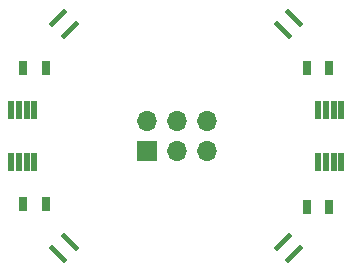
<source format=gbr>
%TF.GenerationSoftware,KiCad,Pcbnew,(6.0.7)*%
%TF.CreationDate,2022-10-08T17:42:11+02:00*%
%TF.ProjectId,Helios_PCB_receiver,48656c69-6f73-45f5-9043-425f72656365,rev?*%
%TF.SameCoordinates,Original*%
%TF.FileFunction,Soldermask,Top*%
%TF.FilePolarity,Negative*%
%FSLAX46Y46*%
G04 Gerber Fmt 4.6, Leading zero omitted, Abs format (unit mm)*
G04 Created by KiCad (PCBNEW (6.0.7)) date 2022-10-08 17:42:11*
%MOMM*%
%LPD*%
G01*
G04 APERTURE LIST*
G04 Aperture macros list*
%AMRotRect*
0 Rectangle, with rotation*
0 The origin of the aperture is its center*
0 $1 length*
0 $2 width*
0 $3 Rotation angle, in degrees counterclockwise*
0 Add horizontal line*
21,1,$1,$2,0,0,$3*%
G04 Aperture macros list end*
%ADD10R,0.500000X1.500000*%
%ADD11R,0.700000X1.300000*%
%ADD12RotRect,1.900000X0.400000X225.000000*%
%ADD13RotRect,1.900000X0.400000X45.000000*%
%ADD14RotRect,1.900000X0.400000X315.000000*%
%ADD15RotRect,1.900000X0.400000X135.000000*%
%ADD16R,1.700000X1.700000*%
%ADD17O,1.700000X1.700000*%
G04 APERTURE END LIST*
D10*
%TO.C,U1*%
X177025000Y-102200000D03*
X177675000Y-102200000D03*
X178325000Y-102200000D03*
X178975000Y-102200000D03*
X178975000Y-97800000D03*
X178325000Y-97800000D03*
X177675000Y-97800000D03*
X177025000Y-97800000D03*
%TD*%
D11*
%TO.C,R0*%
X153950000Y-94250000D03*
X152050000Y-94250000D03*
%TD*%
D12*
%TO.C,F2*%
X174994975Y-109994975D03*
X174005025Y-109005025D03*
%TD*%
D13*
%TO.C,F0*%
X155005025Y-90005025D03*
X155994975Y-90994975D03*
%TD*%
D11*
%TO.C,R3*%
X176050000Y-94250000D03*
X177950000Y-94250000D03*
%TD*%
D10*
%TO.C,U0*%
X152975000Y-97800000D03*
X152325000Y-97800000D03*
X151675000Y-97800000D03*
X151025000Y-97800000D03*
X151025000Y-102200000D03*
X151675000Y-102200000D03*
X152325000Y-102200000D03*
X152975000Y-102200000D03*
%TD*%
D14*
%TO.C,F3*%
X174994975Y-90005025D03*
X174005025Y-90994975D03*
%TD*%
D15*
%TO.C,F1*%
X155005025Y-109994975D03*
X155994975Y-109005025D03*
%TD*%
D11*
%TO.C,R2*%
X176050000Y-106000000D03*
X177950000Y-106000000D03*
%TD*%
D16*
%TO.C,J0*%
X162475000Y-101275000D03*
D17*
X162475000Y-98735000D03*
X165015000Y-101275000D03*
X165015000Y-98735000D03*
X167555000Y-101275000D03*
X167555000Y-98735000D03*
%TD*%
D11*
%TO.C,R1*%
X153950000Y-105750000D03*
X152050000Y-105750000D03*
%TD*%
M02*

</source>
